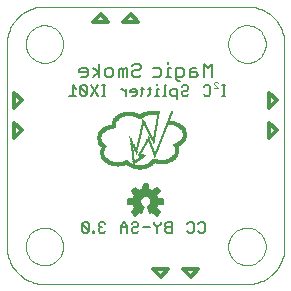
<source format=gbo>
G75*
G70*
%OFA0B0*%
%FSLAX24Y24*%
%IPPOS*%
%LPD*%
%AMOC8*
5,1,8,0,0,1.08239X$1,22.5*
%
%ADD10C,0.0000*%
%ADD11C,0.0080*%
%ADD12C,0.0060*%
%ADD13C,0.0120*%
%ADD14C,0.0040*%
%ADD15R,0.0110X0.0005*%
%ADD16R,0.0210X0.0005*%
%ADD17R,0.0280X0.0005*%
%ADD18R,0.0325X0.0005*%
%ADD19R,0.0365X0.0005*%
%ADD20R,0.0410X0.0005*%
%ADD21R,0.0440X0.0005*%
%ADD22R,0.0470X0.0005*%
%ADD23R,0.0505X0.0005*%
%ADD24R,0.0530X0.0005*%
%ADD25R,0.0555X0.0005*%
%ADD26R,0.0580X0.0005*%
%ADD27R,0.0600X0.0005*%
%ADD28R,0.0625X0.0005*%
%ADD29R,0.0645X0.0005*%
%ADD30R,0.0665X0.0005*%
%ADD31R,0.0685X0.0005*%
%ADD32R,0.0705X0.0005*%
%ADD33R,0.0715X0.0005*%
%ADD34R,0.0735X0.0005*%
%ADD35R,0.0755X0.0005*%
%ADD36R,0.0090X0.0005*%
%ADD37R,0.0770X0.0005*%
%ADD38R,0.0190X0.0005*%
%ADD39R,0.0355X0.0005*%
%ADD40R,0.0360X0.0005*%
%ADD41R,0.0260X0.0005*%
%ADD42R,0.0315X0.0005*%
%ADD43R,0.0320X0.0005*%
%ADD44R,0.0295X0.0005*%
%ADD45R,0.0275X0.0005*%
%ADD46R,0.0400X0.0005*%
%ADD47R,0.0265X0.0005*%
%ADD48R,0.0435X0.0005*%
%ADD49R,0.0255X0.0005*%
%ADD50R,0.0465X0.0005*%
%ADD51R,0.0245X0.0005*%
%ADD52R,0.0495X0.0005*%
%ADD53R,0.0235X0.0005*%
%ADD54R,0.0525X0.0005*%
%ADD55R,0.0230X0.0005*%
%ADD56R,0.0240X0.0005*%
%ADD57R,0.0545X0.0005*%
%ADD58R,0.0820X0.0005*%
%ADD59R,0.0220X0.0005*%
%ADD60R,0.0025X0.0005*%
%ADD61R,0.0795X0.0005*%
%ADD62R,0.0215X0.0005*%
%ADD63R,0.0035X0.0005*%
%ADD64R,0.0040X0.0005*%
%ADD65R,0.0800X0.0005*%
%ADD66R,0.0205X0.0005*%
%ADD67R,0.0050X0.0005*%
%ADD68R,0.0805X0.0005*%
%ADD69R,0.0165X0.0005*%
%ADD70R,0.0055X0.0005*%
%ADD71R,0.0200X0.0005*%
%ADD72R,0.0060X0.0005*%
%ADD73R,0.0300X0.0005*%
%ADD74R,0.0195X0.0005*%
%ADD75R,0.0065X0.0005*%
%ADD76R,0.0345X0.0005*%
%ADD77R,0.0070X0.0005*%
%ADD78R,0.0385X0.0005*%
%ADD79R,0.0080X0.0005*%
%ADD80R,0.0425X0.0005*%
%ADD81R,0.0185X0.0005*%
%ADD82R,0.0085X0.0005*%
%ADD83R,0.0635X0.0005*%
%ADD84R,0.0810X0.0005*%
%ADD85R,0.0095X0.0005*%
%ADD86R,0.0335X0.0005*%
%ADD87R,0.0655X0.0005*%
%ADD88R,0.0105X0.0005*%
%ADD89R,0.0290X0.0005*%
%ADD90R,0.0660X0.0005*%
%ADD91R,0.0115X0.0005*%
%ADD92R,0.0285X0.0005*%
%ADD93R,0.0120X0.0005*%
%ADD94R,0.0270X0.0005*%
%ADD95R,0.0675X0.0005*%
%ADD96R,0.0130X0.0005*%
%ADD97R,0.0680X0.0005*%
%ADD98R,0.0135X0.0005*%
%ADD99R,0.0250X0.0005*%
%ADD100R,0.0140X0.0005*%
%ADD101R,0.0180X0.0005*%
%ADD102R,0.0695X0.0005*%
%ADD103R,0.0150X0.0005*%
%ADD104R,0.0160X0.0005*%
%ADD105R,0.0155X0.0005*%
%ADD106R,0.0145X0.0005*%
%ADD107R,0.0700X0.0005*%
%ADD108R,0.0225X0.0005*%
%ADD109R,0.0170X0.0005*%
%ADD110R,0.0100X0.0005*%
%ADD111R,0.0075X0.0005*%
%ADD112R,0.0720X0.0005*%
%ADD113R,0.0725X0.0005*%
%ADD114R,0.0340X0.0005*%
%ADD115R,0.0305X0.0005*%
%ADD116R,0.0175X0.0005*%
%ADD117R,0.0005X0.0005*%
%ADD118R,0.0010X0.0005*%
%ADD119R,0.0015X0.0005*%
%ADD120R,0.0020X0.0005*%
%ADD121R,0.0030X0.0005*%
%ADD122R,0.0125X0.0005*%
%ADD123R,0.0045X0.0005*%
%ADD124R,0.0370X0.0005*%
%ADD125R,0.0375X0.0005*%
%ADD126R,0.0350X0.0005*%
%ADD127R,0.0330X0.0005*%
%ADD128R,0.0485X0.0005*%
%ADD129R,0.0480X0.0005*%
%ADD130R,0.0460X0.0005*%
%ADD131R,0.0445X0.0005*%
%ADD132R,0.0310X0.0005*%
%ADD133R,0.0380X0.0005*%
%ADD134R,0.0415X0.0005*%
%ADD135R,0.0450X0.0005*%
%ADD136R,0.0490X0.0005*%
%ADD137R,0.0965X0.0005*%
%ADD138R,0.0975X0.0005*%
%ADD139R,0.0980X0.0005*%
%ADD140R,0.0990X0.0005*%
%ADD141R,0.1005X0.0005*%
%ADD142R,0.0615X0.0005*%
%ADD143R,0.0640X0.0005*%
%ADD144R,0.0605X0.0005*%
%ADD145R,0.0620X0.0005*%
%ADD146R,0.0590X0.0005*%
%ADD147R,0.0570X0.0005*%
%ADD148R,0.0540X0.0005*%
%ADD149R,0.0515X0.0005*%
%ADD150R,0.0565X0.0005*%
%ADD151R,0.0535X0.0005*%
%ADD152R,0.0395X0.0005*%
%ADD153R,0.0520X0.0005*%
%ADD154R,0.0500X0.0005*%
%ADD155R,0.0430X0.0005*%
%ADD156C,0.0059*%
D10*
X000680Y001930D02*
X000680Y008680D01*
X000682Y008748D01*
X000687Y008815D01*
X000696Y008882D01*
X000709Y008949D01*
X000726Y009014D01*
X000745Y009079D01*
X000769Y009143D01*
X000796Y009205D01*
X000826Y009266D01*
X000859Y009324D01*
X000895Y009381D01*
X000935Y009436D01*
X000977Y009489D01*
X001023Y009540D01*
X001070Y009587D01*
X001121Y009633D01*
X001174Y009675D01*
X001229Y009715D01*
X001286Y009751D01*
X001344Y009784D01*
X001405Y009814D01*
X001467Y009841D01*
X001531Y009865D01*
X001596Y009884D01*
X001661Y009901D01*
X001728Y009914D01*
X001795Y009923D01*
X001862Y009928D01*
X001930Y009930D01*
X008680Y009930D01*
X008748Y009928D01*
X008815Y009923D01*
X008882Y009914D01*
X008949Y009901D01*
X009014Y009884D01*
X009079Y009865D01*
X009143Y009841D01*
X009205Y009814D01*
X009266Y009784D01*
X009324Y009751D01*
X009381Y009715D01*
X009436Y009675D01*
X009489Y009633D01*
X009540Y009587D01*
X009587Y009540D01*
X009633Y009489D01*
X009675Y009436D01*
X009715Y009381D01*
X009751Y009324D01*
X009784Y009266D01*
X009814Y009205D01*
X009841Y009143D01*
X009865Y009079D01*
X009884Y009014D01*
X009901Y008949D01*
X009914Y008882D01*
X009923Y008815D01*
X009928Y008748D01*
X009930Y008680D01*
X009930Y001930D01*
X009928Y001862D01*
X009923Y001795D01*
X009914Y001728D01*
X009901Y001661D01*
X009884Y001596D01*
X009865Y001531D01*
X009841Y001467D01*
X009814Y001405D01*
X009784Y001344D01*
X009751Y001286D01*
X009715Y001229D01*
X009675Y001174D01*
X009633Y001121D01*
X009587Y001070D01*
X009540Y001023D01*
X009489Y000977D01*
X009436Y000935D01*
X009381Y000895D01*
X009324Y000859D01*
X009266Y000826D01*
X009205Y000796D01*
X009143Y000769D01*
X009079Y000745D01*
X009014Y000726D01*
X008949Y000709D01*
X008882Y000696D01*
X008815Y000687D01*
X008748Y000682D01*
X008680Y000680D01*
X001930Y000680D01*
X001862Y000682D01*
X001795Y000687D01*
X001728Y000696D01*
X001661Y000709D01*
X001596Y000726D01*
X001531Y000745D01*
X001467Y000769D01*
X001405Y000796D01*
X001344Y000826D01*
X001286Y000859D01*
X001229Y000895D01*
X001174Y000935D01*
X001121Y000977D01*
X001070Y001023D01*
X001023Y001070D01*
X000977Y001121D01*
X000935Y001174D01*
X000895Y001229D01*
X000859Y001286D01*
X000826Y001344D01*
X000796Y001405D01*
X000769Y001467D01*
X000745Y001531D01*
X000726Y001596D01*
X000709Y001661D01*
X000696Y001728D01*
X000687Y001795D01*
X000682Y001862D01*
X000680Y001930D01*
X001305Y001930D02*
X001307Y001980D01*
X001313Y002029D01*
X001323Y002078D01*
X001336Y002125D01*
X001354Y002172D01*
X001375Y002217D01*
X001399Y002260D01*
X001427Y002301D01*
X001458Y002340D01*
X001492Y002376D01*
X001529Y002410D01*
X001569Y002440D01*
X001610Y002467D01*
X001654Y002491D01*
X001699Y002511D01*
X001746Y002527D01*
X001794Y002540D01*
X001843Y002549D01*
X001893Y002554D01*
X001942Y002555D01*
X001992Y002552D01*
X002041Y002545D01*
X002090Y002534D01*
X002137Y002520D01*
X002183Y002501D01*
X002228Y002479D01*
X002271Y002454D01*
X002311Y002425D01*
X002349Y002393D01*
X002385Y002359D01*
X002418Y002321D01*
X002447Y002281D01*
X002473Y002239D01*
X002496Y002195D01*
X002515Y002149D01*
X002531Y002102D01*
X002543Y002053D01*
X002551Y002004D01*
X002555Y001955D01*
X002555Y001905D01*
X002551Y001856D01*
X002543Y001807D01*
X002531Y001758D01*
X002515Y001711D01*
X002496Y001665D01*
X002473Y001621D01*
X002447Y001579D01*
X002418Y001539D01*
X002385Y001501D01*
X002349Y001467D01*
X002311Y001435D01*
X002271Y001406D01*
X002228Y001381D01*
X002183Y001359D01*
X002137Y001340D01*
X002090Y001326D01*
X002041Y001315D01*
X001992Y001308D01*
X001942Y001305D01*
X001893Y001306D01*
X001843Y001311D01*
X001794Y001320D01*
X001746Y001333D01*
X001699Y001349D01*
X001654Y001369D01*
X001610Y001393D01*
X001569Y001420D01*
X001529Y001450D01*
X001492Y001484D01*
X001458Y001520D01*
X001427Y001559D01*
X001399Y001600D01*
X001375Y001643D01*
X001354Y001688D01*
X001336Y001735D01*
X001323Y001782D01*
X001313Y001831D01*
X001307Y001880D01*
X001305Y001930D01*
X001305Y008680D02*
X001307Y008730D01*
X001313Y008779D01*
X001323Y008828D01*
X001336Y008875D01*
X001354Y008922D01*
X001375Y008967D01*
X001399Y009010D01*
X001427Y009051D01*
X001458Y009090D01*
X001492Y009126D01*
X001529Y009160D01*
X001569Y009190D01*
X001610Y009217D01*
X001654Y009241D01*
X001699Y009261D01*
X001746Y009277D01*
X001794Y009290D01*
X001843Y009299D01*
X001893Y009304D01*
X001942Y009305D01*
X001992Y009302D01*
X002041Y009295D01*
X002090Y009284D01*
X002137Y009270D01*
X002183Y009251D01*
X002228Y009229D01*
X002271Y009204D01*
X002311Y009175D01*
X002349Y009143D01*
X002385Y009109D01*
X002418Y009071D01*
X002447Y009031D01*
X002473Y008989D01*
X002496Y008945D01*
X002515Y008899D01*
X002531Y008852D01*
X002543Y008803D01*
X002551Y008754D01*
X002555Y008705D01*
X002555Y008655D01*
X002551Y008606D01*
X002543Y008557D01*
X002531Y008508D01*
X002515Y008461D01*
X002496Y008415D01*
X002473Y008371D01*
X002447Y008329D01*
X002418Y008289D01*
X002385Y008251D01*
X002349Y008217D01*
X002311Y008185D01*
X002271Y008156D01*
X002228Y008131D01*
X002183Y008109D01*
X002137Y008090D01*
X002090Y008076D01*
X002041Y008065D01*
X001992Y008058D01*
X001942Y008055D01*
X001893Y008056D01*
X001843Y008061D01*
X001794Y008070D01*
X001746Y008083D01*
X001699Y008099D01*
X001654Y008119D01*
X001610Y008143D01*
X001569Y008170D01*
X001529Y008200D01*
X001492Y008234D01*
X001458Y008270D01*
X001427Y008309D01*
X001399Y008350D01*
X001375Y008393D01*
X001354Y008438D01*
X001336Y008485D01*
X001323Y008532D01*
X001313Y008581D01*
X001307Y008630D01*
X001305Y008680D01*
X008055Y008680D02*
X008057Y008730D01*
X008063Y008779D01*
X008073Y008828D01*
X008086Y008875D01*
X008104Y008922D01*
X008125Y008967D01*
X008149Y009010D01*
X008177Y009051D01*
X008208Y009090D01*
X008242Y009126D01*
X008279Y009160D01*
X008319Y009190D01*
X008360Y009217D01*
X008404Y009241D01*
X008449Y009261D01*
X008496Y009277D01*
X008544Y009290D01*
X008593Y009299D01*
X008643Y009304D01*
X008692Y009305D01*
X008742Y009302D01*
X008791Y009295D01*
X008840Y009284D01*
X008887Y009270D01*
X008933Y009251D01*
X008978Y009229D01*
X009021Y009204D01*
X009061Y009175D01*
X009099Y009143D01*
X009135Y009109D01*
X009168Y009071D01*
X009197Y009031D01*
X009223Y008989D01*
X009246Y008945D01*
X009265Y008899D01*
X009281Y008852D01*
X009293Y008803D01*
X009301Y008754D01*
X009305Y008705D01*
X009305Y008655D01*
X009301Y008606D01*
X009293Y008557D01*
X009281Y008508D01*
X009265Y008461D01*
X009246Y008415D01*
X009223Y008371D01*
X009197Y008329D01*
X009168Y008289D01*
X009135Y008251D01*
X009099Y008217D01*
X009061Y008185D01*
X009021Y008156D01*
X008978Y008131D01*
X008933Y008109D01*
X008887Y008090D01*
X008840Y008076D01*
X008791Y008065D01*
X008742Y008058D01*
X008692Y008055D01*
X008643Y008056D01*
X008593Y008061D01*
X008544Y008070D01*
X008496Y008083D01*
X008449Y008099D01*
X008404Y008119D01*
X008360Y008143D01*
X008319Y008170D01*
X008279Y008200D01*
X008242Y008234D01*
X008208Y008270D01*
X008177Y008309D01*
X008149Y008350D01*
X008125Y008393D01*
X008104Y008438D01*
X008086Y008485D01*
X008073Y008532D01*
X008063Y008581D01*
X008057Y008630D01*
X008055Y008680D01*
X008055Y001930D02*
X008057Y001980D01*
X008063Y002029D01*
X008073Y002078D01*
X008086Y002125D01*
X008104Y002172D01*
X008125Y002217D01*
X008149Y002260D01*
X008177Y002301D01*
X008208Y002340D01*
X008242Y002376D01*
X008279Y002410D01*
X008319Y002440D01*
X008360Y002467D01*
X008404Y002491D01*
X008449Y002511D01*
X008496Y002527D01*
X008544Y002540D01*
X008593Y002549D01*
X008643Y002554D01*
X008692Y002555D01*
X008742Y002552D01*
X008791Y002545D01*
X008840Y002534D01*
X008887Y002520D01*
X008933Y002501D01*
X008978Y002479D01*
X009021Y002454D01*
X009061Y002425D01*
X009099Y002393D01*
X009135Y002359D01*
X009168Y002321D01*
X009197Y002281D01*
X009223Y002239D01*
X009246Y002195D01*
X009265Y002149D01*
X009281Y002102D01*
X009293Y002053D01*
X009301Y002004D01*
X009305Y001955D01*
X009305Y001905D01*
X009301Y001856D01*
X009293Y001807D01*
X009281Y001758D01*
X009265Y001711D01*
X009246Y001665D01*
X009223Y001621D01*
X009197Y001579D01*
X009168Y001539D01*
X009135Y001501D01*
X009099Y001467D01*
X009061Y001435D01*
X009021Y001406D01*
X008978Y001381D01*
X008933Y001359D01*
X008887Y001340D01*
X008840Y001326D01*
X008791Y001315D01*
X008742Y001308D01*
X008692Y001305D01*
X008643Y001306D01*
X008593Y001311D01*
X008544Y001320D01*
X008496Y001333D01*
X008449Y001349D01*
X008404Y001369D01*
X008360Y001393D01*
X008319Y001420D01*
X008279Y001450D01*
X008242Y001484D01*
X008208Y001520D01*
X008177Y001559D01*
X008149Y001600D01*
X008125Y001643D01*
X008104Y001688D01*
X008086Y001735D01*
X008073Y001782D01*
X008063Y001831D01*
X008057Y001880D01*
X008055Y001930D01*
D11*
X006454Y007455D02*
X006384Y007455D01*
X006314Y007525D01*
X006314Y007875D01*
X006524Y007875D01*
X006594Y007805D01*
X006594Y007665D01*
X006524Y007595D01*
X006314Y007595D01*
X006134Y007595D02*
X005994Y007595D01*
X006064Y007595D02*
X006064Y007875D01*
X006134Y007875D01*
X006064Y008015D02*
X006064Y008085D01*
X005827Y007805D02*
X005827Y007665D01*
X005757Y007595D01*
X005547Y007595D01*
X005757Y007875D02*
X005827Y007805D01*
X005757Y007875D02*
X005547Y007875D01*
X005140Y007875D02*
X005070Y007805D01*
X004930Y007805D01*
X004860Y007735D01*
X004860Y007665D01*
X004930Y007595D01*
X005070Y007595D01*
X005140Y007665D01*
X005140Y007875D02*
X005140Y007945D01*
X005070Y008015D01*
X004930Y008015D01*
X004860Y007945D01*
X004680Y007875D02*
X004610Y007875D01*
X004539Y007805D01*
X004469Y007875D01*
X004399Y007805D01*
X004399Y007595D01*
X004539Y007595D02*
X004539Y007805D01*
X004680Y007875D02*
X004680Y007595D01*
X004219Y007665D02*
X004149Y007595D01*
X004009Y007595D01*
X003939Y007665D01*
X003939Y007805D01*
X004009Y007875D01*
X004149Y007875D01*
X004219Y007805D01*
X004219Y007665D01*
X003759Y007595D02*
X003759Y008015D01*
X003549Y007875D02*
X003759Y007735D01*
X003549Y007595D01*
X003375Y007665D02*
X003375Y007805D01*
X003305Y007875D01*
X003165Y007875D01*
X003095Y007805D01*
X003095Y007735D01*
X003375Y007735D01*
X003375Y007665D02*
X003305Y007595D01*
X003165Y007595D01*
X006774Y007595D02*
X006985Y007595D01*
X007055Y007665D01*
X006985Y007735D01*
X006774Y007735D01*
X006774Y007805D02*
X006774Y007595D01*
X006774Y007805D02*
X006844Y007875D01*
X006985Y007875D01*
X007235Y008015D02*
X007235Y007595D01*
X007515Y007595D02*
X007515Y008015D01*
X007375Y007875D01*
X007235Y008015D01*
D12*
X007292Y007300D02*
X007406Y007300D01*
X007463Y007244D01*
X007463Y007017D01*
X007406Y006960D01*
X007292Y006960D01*
X007236Y007017D01*
X007236Y007244D02*
X007292Y007300D01*
X007849Y007300D02*
X007963Y007300D01*
X007906Y007300D02*
X007906Y006960D01*
X007963Y006960D02*
X007849Y006960D01*
X006726Y007017D02*
X006669Y006960D01*
X006556Y006960D01*
X006499Y007017D01*
X006499Y007073D01*
X006556Y007130D01*
X006669Y007130D01*
X006726Y007187D01*
X006726Y007244D01*
X006669Y007300D01*
X006556Y007300D01*
X006499Y007244D01*
X006358Y007187D02*
X006187Y007187D01*
X006131Y007130D01*
X006131Y007017D01*
X006187Y006960D01*
X006358Y006960D01*
X006358Y006847D02*
X006358Y007187D01*
X005989Y007300D02*
X005933Y007300D01*
X005933Y006960D01*
X005989Y006960D02*
X005876Y006960D01*
X005744Y006960D02*
X005630Y006960D01*
X005687Y006960D02*
X005687Y007187D01*
X005744Y007187D01*
X005687Y007300D02*
X005687Y007357D01*
X005498Y007187D02*
X005385Y007187D01*
X005441Y007244D02*
X005441Y007017D01*
X005385Y006960D01*
X005196Y007017D02*
X005139Y006960D01*
X005196Y007017D02*
X005196Y007244D01*
X005253Y007187D02*
X005139Y007187D01*
X005007Y007130D02*
X005007Y007017D01*
X004950Y006960D01*
X004837Y006960D01*
X004780Y007073D02*
X005007Y007073D01*
X005007Y007130D02*
X004950Y007187D01*
X004837Y007187D01*
X004780Y007130D01*
X004780Y007073D01*
X004639Y007073D02*
X004525Y007187D01*
X004469Y007187D01*
X004639Y007187D02*
X004639Y006960D01*
X003964Y006960D02*
X003850Y006960D01*
X003907Y006960D02*
X003907Y007300D01*
X003964Y007300D02*
X003850Y007300D01*
X003718Y007300D02*
X003491Y006960D01*
X003350Y007017D02*
X003123Y007244D01*
X003123Y007017D01*
X003180Y006960D01*
X003293Y006960D01*
X003350Y007017D01*
X003350Y007244D01*
X003293Y007300D01*
X003180Y007300D01*
X003123Y007244D01*
X002981Y007187D02*
X002868Y007300D01*
X002868Y006960D01*
X002981Y006960D02*
X002754Y006960D01*
X003491Y007300D02*
X003718Y006960D01*
X003790Y002738D02*
X003733Y002681D01*
X003733Y002624D01*
X003790Y002568D01*
X003733Y002511D01*
X003733Y002454D01*
X003790Y002398D01*
X003903Y002398D01*
X003960Y002454D01*
X003847Y002568D02*
X003790Y002568D01*
X003790Y002738D02*
X003903Y002738D01*
X003960Y002681D01*
X003592Y002454D02*
X003592Y002398D01*
X003535Y002398D01*
X003535Y002454D01*
X003592Y002454D01*
X003408Y002454D02*
X003181Y002681D01*
X003181Y002454D01*
X003238Y002398D01*
X003351Y002398D01*
X003408Y002454D01*
X003408Y002681D01*
X003351Y002738D01*
X003238Y002738D01*
X003181Y002681D01*
X004470Y002624D02*
X004470Y002398D01*
X004470Y002568D02*
X004697Y002568D01*
X004697Y002624D02*
X004583Y002738D01*
X004470Y002624D01*
X004697Y002624D02*
X004697Y002398D01*
X004838Y002454D02*
X004895Y002398D01*
X005008Y002398D01*
X005065Y002454D01*
X005008Y002568D02*
X004895Y002568D01*
X004838Y002511D01*
X004838Y002454D01*
X005008Y002568D02*
X005065Y002624D01*
X005065Y002681D01*
X005008Y002738D01*
X004895Y002738D01*
X004838Y002681D01*
X005207Y002568D02*
X005433Y002568D01*
X005575Y002681D02*
X005575Y002738D01*
X005575Y002681D02*
X005688Y002568D01*
X005688Y002398D01*
X005688Y002568D02*
X005802Y002681D01*
X005802Y002738D01*
X005943Y002681D02*
X005943Y002624D01*
X006000Y002568D01*
X006170Y002568D01*
X006170Y002738D02*
X006000Y002738D01*
X005943Y002681D01*
X006000Y002568D02*
X005943Y002511D01*
X005943Y002454D01*
X006000Y002398D01*
X006170Y002398D01*
X006170Y002738D01*
X006680Y002681D02*
X006737Y002738D01*
X006850Y002738D01*
X006907Y002681D01*
X006907Y002454D01*
X006850Y002398D01*
X006737Y002398D01*
X006680Y002454D01*
X007048Y002454D02*
X007105Y002398D01*
X007218Y002398D01*
X007275Y002454D01*
X007275Y002681D01*
X007218Y002738D01*
X007105Y002738D01*
X007048Y002681D01*
D13*
X007055Y001180D02*
X006555Y001180D01*
X006805Y000930D01*
X007055Y001180D01*
X006055Y001180D02*
X005805Y000930D01*
X005555Y001180D01*
X006055Y001180D01*
X009430Y005555D02*
X009430Y006055D01*
X009680Y005805D01*
X009430Y005555D01*
X009430Y006555D02*
X009430Y007055D01*
X009680Y006805D01*
X009430Y006555D01*
X005055Y009430D02*
X004555Y009430D01*
X004805Y009680D01*
X005055Y009430D01*
X004055Y009430D02*
X003555Y009430D01*
X003805Y009680D01*
X004055Y009430D01*
X001180Y006805D02*
X000930Y006555D01*
X000930Y007055D01*
X001180Y006805D01*
X000930Y006055D02*
X000930Y005555D01*
X001180Y005805D01*
X000930Y006055D01*
D14*
X007589Y007200D02*
X007723Y007200D01*
X007589Y007333D01*
X007589Y007367D01*
X007622Y007400D01*
X007689Y007400D01*
X007723Y007367D01*
D15*
X005556Y005486D03*
X005556Y005481D03*
X005396Y005461D03*
X005396Y005456D03*
X004991Y005146D03*
X004871Y005301D03*
X004871Y005306D03*
X004866Y005311D03*
X004866Y005316D03*
X005166Y004886D03*
X005161Y004881D03*
X005156Y004876D03*
X005146Y004871D03*
X005141Y004866D03*
X005126Y004856D03*
X005111Y004846D03*
X005106Y004841D03*
X005091Y004831D03*
X005046Y004801D03*
X005031Y004791D03*
X005026Y004786D03*
X005021Y004781D03*
X005006Y004771D03*
X005176Y004891D03*
X005181Y004896D03*
X005191Y004901D03*
X005196Y004906D03*
X005211Y004916D03*
X005586Y004816D03*
X005616Y005011D03*
X005111Y004496D03*
X005241Y006021D03*
X005241Y006026D03*
D16*
X005111Y006221D03*
X005521Y006416D03*
X006461Y005911D03*
X006461Y005371D03*
X006456Y005366D03*
X006201Y004846D03*
X005471Y004666D03*
X005111Y004501D03*
X004006Y004771D03*
X003921Y005801D03*
X004206Y005951D03*
D17*
X004171Y005931D03*
X004836Y004621D03*
X005111Y004506D03*
X006366Y005961D03*
X005521Y006411D03*
D18*
X005519Y006406D03*
X005099Y006251D03*
X004139Y004711D03*
X005109Y004511D03*
D19*
X005109Y004516D03*
X004114Y005886D03*
D20*
X005111Y004521D03*
X006206Y006016D03*
D21*
X006216Y006006D03*
X005111Y004526D03*
D22*
X005111Y004531D03*
X006226Y005991D03*
D23*
X005509Y006376D03*
X005109Y004536D03*
D24*
X005111Y004541D03*
D25*
X005109Y004546D03*
X005484Y006356D03*
D26*
X005466Y006341D03*
X005111Y004551D03*
D27*
X005111Y004556D03*
X005456Y006331D03*
D28*
X005109Y004561D03*
D29*
X005109Y004566D03*
X005754Y004711D03*
D30*
X005784Y004726D03*
X005109Y004571D03*
D31*
X005109Y004576D03*
X005809Y004741D03*
D32*
X005839Y004761D03*
X005109Y004581D03*
D33*
X005109Y004586D03*
X005844Y004766D03*
X005849Y004771D03*
D34*
X005109Y004591D03*
D35*
X005109Y004596D03*
D36*
X004926Y004706D03*
X004991Y005121D03*
X004856Y005351D03*
X004851Y005361D03*
X004851Y005366D03*
X005396Y005481D03*
X005561Y005456D03*
X005616Y004986D03*
X005581Y004821D03*
X004376Y004596D03*
X005236Y006051D03*
D37*
X005111Y004601D03*
D38*
X005191Y004931D03*
X004376Y004601D03*
X003901Y005256D03*
X003896Y005261D03*
X003891Y005271D03*
X003886Y005276D03*
X003881Y005281D03*
X003876Y005286D03*
X003871Y005761D03*
X003876Y005766D03*
X003881Y005771D03*
X004216Y005956D03*
X004341Y006176D03*
X004346Y006181D03*
X004351Y006186D03*
X006241Y004876D03*
X006246Y004881D03*
X006331Y005271D03*
X006491Y005396D03*
X006496Y005401D03*
X006496Y005881D03*
X006491Y005886D03*
D39*
X005324Y004606D03*
X004374Y004616D03*
X004129Y005896D03*
D40*
X004121Y005891D03*
X004071Y005861D03*
X005306Y006311D03*
X006186Y006036D03*
X006306Y005976D03*
X004896Y004606D03*
D41*
X004376Y004606D03*
X004076Y004731D03*
X004181Y005936D03*
X004461Y006256D03*
X005106Y006236D03*
X006131Y004806D03*
D42*
X005354Y004611D03*
X004864Y004611D03*
X005274Y006306D03*
D43*
X006331Y005971D03*
X004376Y004611D03*
X004041Y005856D03*
X004151Y005916D03*
D44*
X004164Y005926D03*
X004024Y005851D03*
X004849Y004616D03*
X005369Y004616D03*
X006349Y005966D03*
D45*
X006154Y006061D03*
X005184Y004956D03*
X005384Y004621D03*
X005639Y004786D03*
X006114Y004801D03*
D46*
X006201Y006021D03*
X004376Y004621D03*
D47*
X004639Y004721D03*
X004819Y004626D03*
X005174Y004946D03*
X005399Y004626D03*
X006379Y005956D03*
X003994Y005841D03*
D48*
X004374Y004626D03*
D49*
X004809Y004631D03*
X005174Y004941D03*
X005409Y004631D03*
X006139Y004811D03*
X006389Y005951D03*
X003984Y005836D03*
D50*
X004374Y004631D03*
X005534Y006391D03*
D51*
X006369Y005311D03*
X006364Y005306D03*
X006404Y005336D03*
X006149Y004816D03*
X005419Y004636D03*
X004799Y004636D03*
X003974Y005831D03*
X004439Y006246D03*
D52*
X004374Y004636D03*
D53*
X004789Y004641D03*
X005429Y004641D03*
X005834Y004681D03*
X006169Y004826D03*
X006354Y005296D03*
X006359Y005301D03*
X006419Y005936D03*
X004429Y006241D03*
X003954Y005821D03*
D54*
X004374Y004641D03*
D55*
X004046Y004746D03*
X004036Y004751D03*
X003946Y005816D03*
X004196Y005946D03*
X004421Y006236D03*
X005436Y004646D03*
X005446Y004651D03*
X006421Y005346D03*
X006431Y005351D03*
X006431Y005931D03*
D56*
X006411Y005941D03*
X006411Y005341D03*
X006161Y004821D03*
X005171Y004961D03*
X004781Y004646D03*
X004646Y004726D03*
X004056Y004741D03*
X003961Y005826D03*
X005106Y006231D03*
D57*
X005489Y006361D03*
X004374Y004646D03*
D58*
X004496Y004651D03*
D59*
X004021Y004761D03*
X003936Y005811D03*
X004406Y006226D03*
X004411Y006231D03*
X005456Y004656D03*
X006186Y004836D03*
X006446Y005921D03*
D60*
X005579Y005371D03*
X005579Y005366D03*
X005404Y005546D03*
X004804Y005521D03*
X004804Y005516D03*
X005004Y005021D03*
X005004Y005016D03*
X004899Y004656D03*
X005624Y004916D03*
X005224Y006136D03*
X005224Y006141D03*
D61*
X004474Y004656D03*
X004464Y004661D03*
D62*
X004654Y004731D03*
X005159Y004966D03*
X005464Y004661D03*
X006194Y004841D03*
X006344Y005286D03*
X006449Y005361D03*
X006454Y005916D03*
X004399Y006221D03*
X003929Y005806D03*
X004014Y004766D03*
D63*
X004814Y005486D03*
X004809Y005496D03*
X004809Y005501D03*
X005404Y005536D03*
X005404Y005541D03*
X005579Y005381D03*
X005579Y004831D03*
X004904Y004661D03*
X005229Y006121D03*
D64*
X005226Y006116D03*
X005401Y005531D03*
X005576Y005391D03*
X005576Y005386D03*
X005621Y004936D03*
X005621Y004931D03*
X005001Y005041D03*
X005001Y005046D03*
X004676Y004776D03*
X004906Y004666D03*
X004816Y005476D03*
X004816Y005481D03*
X004811Y005491D03*
D65*
X004426Y004681D03*
X004436Y004676D03*
X004456Y004666D03*
D66*
X003999Y004776D03*
X003994Y004781D03*
X003914Y005796D03*
X004384Y006211D03*
X004389Y006216D03*
X005484Y004676D03*
X005479Y004671D03*
X006209Y004851D03*
X006339Y005281D03*
X006469Y005376D03*
X006469Y005906D03*
D67*
X005571Y005406D03*
X005401Y005521D03*
X004821Y005461D03*
X004821Y005456D03*
X005231Y006101D03*
X005621Y004951D03*
X005621Y004946D03*
X005621Y004941D03*
X004906Y004671D03*
D68*
X004444Y004671D03*
X004419Y004686D03*
X004409Y004691D03*
X004404Y004696D03*
X004394Y004701D03*
D69*
X003914Y004861D03*
X003909Y004866D03*
X003909Y004871D03*
X003904Y004876D03*
X003899Y005201D03*
X003904Y005211D03*
X003909Y005216D03*
X003909Y005221D03*
X003914Y005231D03*
X003914Y005236D03*
X003814Y005356D03*
X003809Y005361D03*
X003804Y005371D03*
X003809Y005686D03*
X003814Y005696D03*
X003819Y005701D03*
X004229Y005961D03*
X004284Y006106D03*
X004289Y006111D03*
X004289Y006116D03*
X004294Y006121D03*
X004299Y006126D03*
X004959Y004756D03*
X005834Y004676D03*
X006299Y004941D03*
X006304Y004946D03*
X006304Y004951D03*
X006309Y004956D03*
X006314Y004966D03*
X006324Y005261D03*
X006549Y005456D03*
X006554Y005466D03*
X006559Y005471D03*
X006564Y005476D03*
X006569Y005486D03*
X006569Y005796D03*
X006564Y005806D03*
X006559Y005811D03*
X006554Y005816D03*
X006549Y005826D03*
D70*
X005739Y006406D03*
X005739Y006411D03*
X005719Y006286D03*
X005719Y006281D03*
X005714Y006256D03*
X005714Y006251D03*
X005709Y006226D03*
X005709Y006221D03*
X005704Y006196D03*
X005699Y006166D03*
X005694Y006136D03*
X005689Y006106D03*
X005229Y006096D03*
X005399Y005516D03*
X005574Y005411D03*
X004999Y005066D03*
X004999Y005061D03*
X004909Y004676D03*
X004829Y005436D03*
X004829Y005441D03*
X004824Y005446D03*
X004824Y005451D03*
D71*
X004656Y004736D03*
X003986Y004786D03*
X003901Y005786D03*
X003906Y005791D03*
X004376Y006206D03*
X005651Y006311D03*
X006121Y006076D03*
X006476Y005901D03*
X006481Y005896D03*
X006481Y005386D03*
X006476Y005381D03*
X006336Y005276D03*
X006221Y004861D03*
X006216Y004856D03*
X005611Y004796D03*
X005491Y004681D03*
D72*
X005621Y004956D03*
X005621Y004961D03*
X005661Y005066D03*
X005671Y005091D03*
X005681Y005116D03*
X005691Y005141D03*
X005716Y005206D03*
X005726Y005231D03*
X005736Y005256D03*
X005746Y005281D03*
X005771Y005346D03*
X005781Y005371D03*
X005791Y005396D03*
X005801Y005421D03*
X005826Y005486D03*
X005836Y005511D03*
X005846Y005536D03*
X005856Y005561D03*
X005891Y005651D03*
X005901Y005676D03*
X005911Y005701D03*
X005921Y005726D03*
X005946Y005791D03*
X005956Y005816D03*
X005966Y005841D03*
X005976Y005866D03*
X005986Y005891D03*
X005996Y005916D03*
X006001Y005931D03*
X006011Y005956D03*
X005676Y006021D03*
X005676Y006026D03*
X005676Y006031D03*
X005676Y006036D03*
X005676Y006041D03*
X005676Y006046D03*
X005681Y006051D03*
X005681Y006056D03*
X005681Y006061D03*
X005681Y006066D03*
X005681Y006071D03*
X005681Y006076D03*
X005686Y006081D03*
X005686Y006086D03*
X005686Y006091D03*
X005686Y006096D03*
X005686Y006101D03*
X005691Y006111D03*
X005691Y006116D03*
X005691Y006121D03*
X005691Y006126D03*
X005691Y006131D03*
X005696Y006141D03*
X005696Y006146D03*
X005696Y006151D03*
X005696Y006156D03*
X005696Y006161D03*
X005701Y006171D03*
X005701Y006176D03*
X005701Y006181D03*
X005701Y006186D03*
X005701Y006191D03*
X005706Y006201D03*
X005706Y006206D03*
X005706Y006211D03*
X005706Y006216D03*
X005711Y006231D03*
X005711Y006236D03*
X005711Y006241D03*
X005711Y006246D03*
X005716Y006261D03*
X005716Y006266D03*
X005716Y006271D03*
X005716Y006276D03*
X005741Y006416D03*
X005741Y006421D03*
X005671Y006016D03*
X005671Y006011D03*
X005671Y006006D03*
X005671Y006001D03*
X005671Y005996D03*
X005671Y005991D03*
X005666Y005981D03*
X005666Y005976D03*
X005666Y005971D03*
X005666Y005966D03*
X005666Y005961D03*
X005661Y005951D03*
X005661Y005946D03*
X005661Y005941D03*
X005661Y005936D03*
X005656Y005926D03*
X005656Y005921D03*
X005656Y005916D03*
X005656Y005911D03*
X005656Y005906D03*
X005651Y005896D03*
X005651Y005891D03*
X005651Y005886D03*
X005651Y005881D03*
X005651Y005876D03*
X005646Y005866D03*
X005646Y005861D03*
X005646Y005856D03*
X005646Y005851D03*
X005646Y005846D03*
X005641Y005836D03*
X005641Y005831D03*
X005641Y005826D03*
X005641Y005821D03*
X005636Y005811D03*
X005636Y005806D03*
X005636Y005801D03*
X005636Y005796D03*
X005636Y005791D03*
X005631Y005781D03*
X005631Y005776D03*
X005631Y005771D03*
X005631Y005766D03*
X005631Y005761D03*
X005626Y005751D03*
X005626Y005746D03*
X005626Y005741D03*
X005626Y005736D03*
X005626Y005731D03*
X005621Y005721D03*
X005621Y005716D03*
X005621Y005711D03*
X005621Y005706D03*
X005621Y005701D03*
X005616Y005691D03*
X005616Y005686D03*
X005616Y005681D03*
X005616Y005676D03*
X005611Y005666D03*
X005611Y005661D03*
X005611Y005656D03*
X005611Y005651D03*
X005611Y005646D03*
X005606Y005636D03*
X005606Y005631D03*
X005606Y005626D03*
X005606Y005621D03*
X005606Y005616D03*
X005601Y005606D03*
X005601Y005601D03*
X005601Y005596D03*
X005601Y005591D03*
X005601Y005586D03*
X005596Y005576D03*
X005596Y005571D03*
X005596Y005566D03*
X005596Y005561D03*
X005591Y005551D03*
X005591Y005546D03*
X005591Y005541D03*
X005591Y005536D03*
X005591Y005531D03*
X005571Y005416D03*
X005451Y005376D03*
X005461Y005351D03*
X005471Y005326D03*
X005441Y005401D03*
X005401Y005511D03*
X005116Y005586D03*
X005111Y005566D03*
X005106Y005546D03*
X005101Y005521D03*
X005096Y005501D03*
X005091Y005481D03*
X005086Y005456D03*
X005081Y005436D03*
X005076Y005416D03*
X005071Y005391D03*
X005066Y005371D03*
X005061Y005351D03*
X005056Y005326D03*
X005051Y005306D03*
X005046Y005286D03*
X005041Y005261D03*
X005036Y005246D03*
X005036Y005241D03*
X005031Y005231D03*
X005031Y005226D03*
X005031Y005221D03*
X005026Y005206D03*
X005026Y005201D03*
X005026Y005196D03*
X005021Y005186D03*
X005021Y005181D03*
X004996Y005076D03*
X004996Y005071D03*
X004881Y005011D03*
X004881Y005006D03*
X004881Y005001D03*
X004881Y004996D03*
X004881Y004991D03*
X004881Y004986D03*
X004881Y004981D03*
X004881Y004976D03*
X004881Y004971D03*
X004886Y004966D03*
X004886Y004961D03*
X004886Y004956D03*
X004886Y004951D03*
X004886Y004946D03*
X004886Y004941D03*
X004886Y004936D03*
X004886Y004931D03*
X004886Y004926D03*
X004886Y004921D03*
X004891Y004916D03*
X004891Y004911D03*
X004891Y004906D03*
X004891Y004901D03*
X004891Y004896D03*
X004891Y004891D03*
X004891Y004886D03*
X004891Y004881D03*
X004891Y004876D03*
X004891Y004871D03*
X004896Y004866D03*
X004896Y004861D03*
X004896Y004856D03*
X004896Y004851D03*
X004896Y004846D03*
X004896Y004841D03*
X004896Y004836D03*
X004896Y004831D03*
X004896Y004826D03*
X004896Y004821D03*
X004901Y004816D03*
X004901Y004811D03*
X004901Y004806D03*
X004901Y004801D03*
X004901Y004796D03*
X004901Y004791D03*
X004901Y004786D03*
X004901Y004781D03*
X004901Y004776D03*
X004901Y004771D03*
X004906Y004766D03*
X004911Y004681D03*
X004876Y005021D03*
X004876Y005026D03*
X004876Y005031D03*
X004876Y005036D03*
X004871Y005071D03*
X004871Y005076D03*
X004871Y005081D03*
X004866Y005121D03*
X004866Y005126D03*
X004861Y005151D03*
X004861Y005156D03*
X004861Y005161D03*
X004861Y005166D03*
X004861Y005171D03*
X004856Y005181D03*
X004856Y005186D03*
X004856Y005191D03*
X004856Y005196D03*
X004856Y005201D03*
X004856Y005206D03*
X004856Y005211D03*
X004856Y005216D03*
X004851Y005226D03*
X004851Y005231D03*
X004851Y005236D03*
X004851Y005241D03*
X004851Y005246D03*
X004851Y005251D03*
X004831Y005426D03*
X004831Y005431D03*
X005121Y005611D03*
X005126Y005631D03*
X005131Y005651D03*
X005136Y005676D03*
X005141Y005696D03*
X005146Y005716D03*
X005151Y005741D03*
X005156Y005761D03*
X005161Y005781D03*
X005166Y005806D03*
X005171Y005826D03*
X005176Y005846D03*
X005181Y005871D03*
X005186Y005891D03*
X005191Y005911D03*
X005196Y005931D03*
X005196Y005936D03*
X005201Y005956D03*
X005206Y005976D03*
X005231Y006086D03*
X005231Y006091D03*
D73*
X005101Y006246D03*
X004756Y006376D03*
X004116Y004716D03*
X005836Y004686D03*
D74*
X006229Y004866D03*
X006234Y004871D03*
X006489Y005391D03*
X006484Y005891D03*
X005509Y004696D03*
X005504Y004691D03*
X005499Y004686D03*
X003979Y004791D03*
X003974Y004796D03*
X003969Y004801D03*
X003889Y005776D03*
X003894Y005781D03*
X004359Y006191D03*
X004364Y006196D03*
X004369Y006201D03*
D75*
X005119Y006176D03*
X005234Y006081D03*
X005234Y006076D03*
X005209Y005991D03*
X005209Y005986D03*
X005209Y005981D03*
X005204Y005971D03*
X005204Y005966D03*
X005204Y005961D03*
X005199Y005951D03*
X005199Y005946D03*
X005199Y005941D03*
X005194Y005926D03*
X005194Y005921D03*
X005194Y005916D03*
X005189Y005906D03*
X005189Y005901D03*
X005189Y005896D03*
X005184Y005886D03*
X005184Y005881D03*
X005184Y005876D03*
X005179Y005866D03*
X005179Y005861D03*
X005179Y005856D03*
X005179Y005851D03*
X005174Y005841D03*
X005174Y005836D03*
X005174Y005831D03*
X005169Y005821D03*
X005169Y005816D03*
X005169Y005811D03*
X005164Y005801D03*
X005164Y005796D03*
X005164Y005791D03*
X005164Y005786D03*
X005159Y005776D03*
X005159Y005771D03*
X005159Y005766D03*
X005154Y005756D03*
X005154Y005751D03*
X005154Y005746D03*
X005149Y005736D03*
X005149Y005731D03*
X005149Y005726D03*
X005149Y005721D03*
X005144Y005711D03*
X005144Y005706D03*
X005144Y005701D03*
X005139Y005691D03*
X005139Y005686D03*
X005139Y005681D03*
X005134Y005671D03*
X005134Y005666D03*
X005134Y005661D03*
X005134Y005656D03*
X005129Y005646D03*
X005129Y005641D03*
X005129Y005636D03*
X005124Y005626D03*
X005124Y005621D03*
X005124Y005616D03*
X005119Y005606D03*
X005119Y005601D03*
X005119Y005596D03*
X005119Y005591D03*
X005114Y005581D03*
X005114Y005576D03*
X005114Y005571D03*
X005109Y005561D03*
X005109Y005556D03*
X005109Y005551D03*
X005104Y005541D03*
X005104Y005536D03*
X005104Y005531D03*
X005104Y005526D03*
X005099Y005516D03*
X005099Y005511D03*
X005099Y005506D03*
X005094Y005496D03*
X005094Y005491D03*
X005094Y005486D03*
X005089Y005476D03*
X005089Y005471D03*
X005089Y005466D03*
X005089Y005461D03*
X005084Y005451D03*
X005084Y005446D03*
X005084Y005441D03*
X005079Y005431D03*
X005079Y005426D03*
X005079Y005421D03*
X005074Y005411D03*
X005074Y005406D03*
X005074Y005401D03*
X005074Y005396D03*
X005069Y005386D03*
X005069Y005381D03*
X005069Y005376D03*
X005064Y005366D03*
X005064Y005361D03*
X005064Y005356D03*
X005059Y005346D03*
X005059Y005341D03*
X005059Y005336D03*
X005059Y005331D03*
X005054Y005321D03*
X005054Y005316D03*
X005054Y005311D03*
X005049Y005301D03*
X005049Y005296D03*
X005049Y005291D03*
X005044Y005281D03*
X005044Y005276D03*
X005044Y005271D03*
X005044Y005266D03*
X005039Y005256D03*
X005039Y005251D03*
X005034Y005236D03*
X005029Y005216D03*
X005029Y005211D03*
X005024Y005191D03*
X004954Y005181D03*
X004949Y005191D03*
X004944Y005201D03*
X004939Y005211D03*
X004934Y005221D03*
X004929Y005231D03*
X004924Y005241D03*
X004919Y005251D03*
X004854Y005221D03*
X004859Y005176D03*
X004864Y005146D03*
X004864Y005141D03*
X004864Y005136D03*
X004864Y005131D03*
X004869Y005116D03*
X004869Y005111D03*
X004869Y005106D03*
X004869Y005101D03*
X004869Y005096D03*
X004869Y005091D03*
X004869Y005086D03*
X004874Y005066D03*
X004874Y005061D03*
X004874Y005056D03*
X004874Y005051D03*
X004874Y005046D03*
X004874Y005041D03*
X004879Y005016D03*
X004999Y005081D03*
X004914Y004686D03*
X005514Y005216D03*
X005519Y005206D03*
X005524Y005196D03*
X005524Y005191D03*
X005529Y005181D03*
X005534Y005171D03*
X005534Y005166D03*
X005539Y005156D03*
X005544Y005146D03*
X005544Y005141D03*
X005549Y005131D03*
X005554Y005121D03*
X005559Y005106D03*
X005564Y005096D03*
X005574Y005071D03*
X005654Y005051D03*
X005659Y005056D03*
X005659Y005061D03*
X005664Y005071D03*
X005664Y005076D03*
X005669Y005081D03*
X005669Y005086D03*
X005674Y005096D03*
X005674Y005101D03*
X005679Y005106D03*
X005679Y005111D03*
X005684Y005121D03*
X005684Y005126D03*
X005689Y005131D03*
X005689Y005136D03*
X005694Y005146D03*
X005694Y005151D03*
X005699Y005156D03*
X005699Y005161D03*
X005699Y005166D03*
X005704Y005171D03*
X005704Y005176D03*
X005709Y005181D03*
X005709Y005186D03*
X005709Y005191D03*
X005714Y005196D03*
X005714Y005201D03*
X005719Y005211D03*
X005719Y005216D03*
X005724Y005221D03*
X005724Y005226D03*
X005729Y005236D03*
X005729Y005241D03*
X005734Y005246D03*
X005734Y005251D03*
X005739Y005261D03*
X005739Y005266D03*
X005744Y005271D03*
X005744Y005276D03*
X005749Y005286D03*
X005749Y005291D03*
X005754Y005296D03*
X005754Y005301D03*
X005754Y005306D03*
X005759Y005311D03*
X005759Y005316D03*
X005764Y005321D03*
X005764Y005326D03*
X005764Y005331D03*
X005769Y005336D03*
X005769Y005341D03*
X005774Y005351D03*
X005774Y005356D03*
X005779Y005361D03*
X005779Y005366D03*
X005784Y005376D03*
X005784Y005381D03*
X005789Y005386D03*
X005789Y005391D03*
X005794Y005401D03*
X005794Y005406D03*
X005799Y005411D03*
X005799Y005416D03*
X005804Y005426D03*
X005804Y005431D03*
X005809Y005436D03*
X005809Y005441D03*
X005809Y005446D03*
X005814Y005451D03*
X005814Y005456D03*
X005819Y005461D03*
X005819Y005466D03*
X005819Y005471D03*
X005824Y005476D03*
X005824Y005481D03*
X005829Y005491D03*
X005829Y005496D03*
X005834Y005501D03*
X005834Y005506D03*
X005839Y005516D03*
X005839Y005521D03*
X005844Y005526D03*
X005844Y005531D03*
X005849Y005541D03*
X005849Y005546D03*
X005854Y005551D03*
X005854Y005556D03*
X005859Y005566D03*
X005859Y005571D03*
X005864Y005576D03*
X005864Y005581D03*
X005864Y005586D03*
X005869Y005591D03*
X005869Y005596D03*
X005874Y005601D03*
X005874Y005606D03*
X005874Y005611D03*
X005879Y005616D03*
X005879Y005621D03*
X005884Y005626D03*
X005884Y005631D03*
X005884Y005636D03*
X005889Y005641D03*
X005889Y005646D03*
X005894Y005656D03*
X005894Y005661D03*
X005899Y005666D03*
X005899Y005671D03*
X005904Y005681D03*
X005904Y005686D03*
X005909Y005691D03*
X005909Y005696D03*
X005914Y005706D03*
X005914Y005711D03*
X005919Y005716D03*
X005919Y005721D03*
X005924Y005731D03*
X005924Y005736D03*
X005929Y005741D03*
X005929Y005746D03*
X005929Y005751D03*
X005934Y005756D03*
X005934Y005761D03*
X005939Y005766D03*
X005939Y005771D03*
X005939Y005776D03*
X005944Y005781D03*
X005944Y005786D03*
X005949Y005796D03*
X005949Y005801D03*
X005954Y005806D03*
X005954Y005811D03*
X005959Y005821D03*
X005959Y005826D03*
X005964Y005831D03*
X005964Y005836D03*
X005969Y005846D03*
X005969Y005851D03*
X005974Y005856D03*
X005974Y005861D03*
X005979Y005871D03*
X005979Y005876D03*
X005984Y005881D03*
X005984Y005886D03*
X005989Y005896D03*
X005989Y005901D03*
X005994Y005906D03*
X005994Y005911D03*
X005999Y005921D03*
X005999Y005926D03*
X006004Y005936D03*
X006004Y005941D03*
X006009Y005946D03*
X006009Y005951D03*
X006014Y005961D03*
X006014Y005966D03*
X006019Y005971D03*
X006064Y006091D03*
X006064Y006096D03*
X006069Y006106D03*
X006074Y006121D03*
X006079Y006131D03*
X006084Y006146D03*
X006089Y006156D03*
X006094Y006171D03*
X006104Y006196D03*
X006114Y006221D03*
X006119Y006236D03*
X006124Y006246D03*
X006129Y006261D03*
X006134Y006271D03*
X006139Y006286D03*
X006144Y006296D03*
X006149Y006311D03*
X006154Y006321D03*
X006159Y006336D03*
X006164Y006346D03*
X006169Y006361D03*
X006174Y006371D03*
X006174Y006376D03*
X006179Y006386D03*
X006184Y006396D03*
X006184Y006401D03*
X006184Y006406D03*
X006189Y006411D03*
X006189Y006416D03*
X006194Y006421D03*
X005669Y005986D03*
X005664Y005956D03*
X005659Y005931D03*
X005654Y005901D03*
X005649Y005871D03*
X005644Y005841D03*
X005639Y005816D03*
X005634Y005786D03*
X005629Y005756D03*
X005624Y005726D03*
X005619Y005696D03*
X005614Y005671D03*
X005609Y005641D03*
X005604Y005611D03*
X005599Y005581D03*
X005594Y005556D03*
X005589Y005526D03*
X005569Y005421D03*
X005449Y005386D03*
X005449Y005381D03*
X005454Y005371D03*
X005454Y005366D03*
X005459Y005361D03*
X005459Y005356D03*
X005464Y005346D03*
X005464Y005341D03*
X005469Y005336D03*
X005469Y005331D03*
X005474Y005321D03*
X005474Y005316D03*
X005479Y005311D03*
X005479Y005306D03*
X005479Y005301D03*
X005484Y005296D03*
X005484Y005291D03*
X005489Y005286D03*
X005489Y005281D03*
X005489Y005276D03*
X005494Y005266D03*
X005499Y005256D03*
X005499Y005251D03*
X005504Y005241D03*
X005509Y005231D03*
X005509Y005226D03*
X005444Y005391D03*
X005444Y005396D03*
X005439Y005406D03*
X005439Y005411D03*
X005434Y005416D03*
X005434Y005421D03*
X005434Y005426D03*
X005399Y005506D03*
X005449Y005656D03*
X005444Y005666D03*
X005439Y005676D03*
X005434Y005686D03*
X005429Y005696D03*
X005424Y005706D03*
X005419Y005716D03*
X005414Y005726D03*
X005409Y005736D03*
X005404Y005746D03*
X005399Y005751D03*
X005399Y005756D03*
X005394Y005761D03*
X005394Y005766D03*
X005389Y005771D03*
X005389Y005776D03*
X005384Y005781D03*
X005384Y005786D03*
X005379Y005791D03*
X005374Y005801D03*
X005369Y005811D03*
X005364Y005821D03*
X005359Y005831D03*
X005354Y005841D03*
X005349Y005851D03*
X005344Y005861D03*
X005339Y005871D03*
X005334Y005881D03*
X005329Y005891D03*
X005324Y005901D03*
X005319Y005911D03*
X005314Y005921D03*
X005309Y005931D03*
X005304Y005941D03*
X005299Y005951D03*
X005294Y005961D03*
X005289Y005971D03*
X005284Y005981D03*
X005279Y005991D03*
X004834Y005421D03*
X004834Y005416D03*
X005584Y004826D03*
D76*
X005834Y004691D03*
D77*
X005621Y004966D03*
X005621Y004971D03*
X005581Y005051D03*
X005581Y005056D03*
X005576Y005061D03*
X005576Y005066D03*
X005571Y005076D03*
X005571Y005081D03*
X005566Y005086D03*
X005566Y005091D03*
X005561Y005101D03*
X005556Y005111D03*
X005556Y005116D03*
X005551Y005126D03*
X005546Y005136D03*
X005541Y005151D03*
X005536Y005161D03*
X005531Y005176D03*
X005526Y005186D03*
X005521Y005201D03*
X005516Y005211D03*
X005511Y005221D03*
X005506Y005236D03*
X005501Y005246D03*
X005496Y005261D03*
X005491Y005271D03*
X005321Y005361D03*
X005306Y005336D03*
X005301Y005326D03*
X005291Y005311D03*
X005286Y005301D03*
X005281Y005291D03*
X005276Y005286D03*
X005271Y005276D03*
X005266Y005266D03*
X005261Y005261D03*
X005256Y005251D03*
X005251Y005241D03*
X005246Y005231D03*
X005241Y005226D03*
X005241Y005221D03*
X005236Y005216D03*
X005236Y005211D03*
X005231Y005206D03*
X005226Y005201D03*
X005226Y005196D03*
X005221Y005191D03*
X005221Y005186D03*
X005216Y005181D03*
X005211Y005176D03*
X005211Y005171D03*
X005206Y005166D03*
X005206Y005161D03*
X005201Y005156D03*
X005196Y005151D03*
X005196Y005146D03*
X005191Y005141D03*
X005191Y005136D03*
X005186Y005131D03*
X005181Y005126D03*
X005181Y005121D03*
X005176Y005116D03*
X005176Y005111D03*
X005171Y005106D03*
X005166Y005101D03*
X005166Y005096D03*
X005161Y005091D03*
X005161Y005086D03*
X005156Y005081D03*
X005151Y005076D03*
X005151Y005071D03*
X005146Y005066D03*
X005146Y005061D03*
X005141Y005056D03*
X005136Y005051D03*
X005136Y005046D03*
X005131Y005041D03*
X005131Y005036D03*
X005126Y005031D03*
X005121Y005026D03*
X005121Y005021D03*
X005116Y005016D03*
X005116Y005011D03*
X005111Y005006D03*
X005106Y005001D03*
X005106Y004996D03*
X005101Y004991D03*
X004996Y005086D03*
X004996Y005091D03*
X004951Y005186D03*
X004946Y005196D03*
X004941Y005206D03*
X004936Y005216D03*
X004931Y005226D03*
X004926Y005236D03*
X004921Y005246D03*
X004836Y005411D03*
X005336Y005386D03*
X005401Y005501D03*
X005501Y005551D03*
X005501Y005556D03*
X005496Y005561D03*
X005496Y005566D03*
X005491Y005571D03*
X005491Y005576D03*
X005486Y005581D03*
X005486Y005586D03*
X005481Y005591D03*
X005481Y005596D03*
X005476Y005601D03*
X005476Y005606D03*
X005471Y005611D03*
X005471Y005616D03*
X005466Y005621D03*
X005466Y005626D03*
X005461Y005631D03*
X005461Y005636D03*
X005456Y005641D03*
X005456Y005646D03*
X005451Y005651D03*
X005446Y005661D03*
X005441Y005671D03*
X005436Y005681D03*
X005431Y005691D03*
X005426Y005701D03*
X005421Y005711D03*
X005416Y005721D03*
X005411Y005731D03*
X005406Y005741D03*
X005376Y005796D03*
X005371Y005806D03*
X005366Y005816D03*
X005361Y005826D03*
X005356Y005836D03*
X005351Y005846D03*
X005346Y005856D03*
X005341Y005866D03*
X005336Y005876D03*
X005331Y005886D03*
X005326Y005896D03*
X005321Y005906D03*
X005316Y005916D03*
X005311Y005926D03*
X005306Y005936D03*
X005301Y005946D03*
X005296Y005956D03*
X005291Y005966D03*
X005286Y005976D03*
X005281Y005986D03*
X005506Y005546D03*
X005511Y005536D03*
X005516Y005526D03*
X005566Y005431D03*
X005566Y005426D03*
X006066Y006101D03*
X006071Y006111D03*
X006071Y006116D03*
X006076Y006126D03*
X006081Y006136D03*
X006081Y006141D03*
X006086Y006151D03*
X006091Y006161D03*
X006091Y006166D03*
X006096Y006176D03*
X006096Y006181D03*
X006101Y006186D03*
X006101Y006191D03*
X006106Y006201D03*
X006106Y006206D03*
X006111Y006211D03*
X006111Y006216D03*
X006116Y006226D03*
X006116Y006231D03*
X006121Y006241D03*
X006126Y006251D03*
X006126Y006256D03*
X006131Y006266D03*
X006136Y006276D03*
X006136Y006281D03*
X006141Y006291D03*
X006146Y006301D03*
X006146Y006306D03*
X006151Y006316D03*
X006156Y006326D03*
X006156Y006331D03*
X006161Y006341D03*
X006166Y006351D03*
X006166Y006356D03*
X006171Y006366D03*
X006176Y006381D03*
X006181Y006391D03*
X004916Y004691D03*
D78*
X005834Y004696D03*
X006199Y006026D03*
D79*
X005566Y005441D03*
X005566Y005436D03*
X005621Y004981D03*
X005106Y004986D03*
X004921Y004696D03*
X004846Y005381D03*
X004846Y005386D03*
X005236Y006061D03*
X005236Y006066D03*
D80*
X004754Y006361D03*
X006209Y006011D03*
X005834Y004701D03*
D81*
X005514Y004701D03*
X006249Y004886D03*
X006254Y004891D03*
X006504Y005406D03*
X006509Y005411D03*
X006514Y005416D03*
X006514Y005866D03*
X006509Y005871D03*
X006504Y005876D03*
X005114Y006216D03*
X003864Y005756D03*
X003859Y005751D03*
X003854Y005306D03*
X003859Y005301D03*
X003864Y005296D03*
X003869Y005291D03*
X003894Y005266D03*
X003904Y005251D03*
X003954Y004816D03*
X003959Y004811D03*
X003964Y004806D03*
D82*
X004849Y005371D03*
X004849Y005376D03*
X004994Y005116D03*
X004994Y005111D03*
X004994Y005106D03*
X005399Y005486D03*
X005564Y005451D03*
X005564Y005446D03*
X005239Y006056D03*
X005119Y006181D03*
X004924Y004701D03*
D83*
X005744Y004706D03*
D84*
X004386Y004706D03*
D85*
X004929Y004711D03*
X004994Y005126D03*
X004859Y005341D03*
X004859Y005346D03*
X004854Y005356D03*
X005399Y005476D03*
X005559Y005461D03*
X005619Y004991D03*
X005239Y006041D03*
X005239Y006046D03*
X005704Y006296D03*
D86*
X004139Y005906D03*
X004619Y004711D03*
D87*
X005769Y004716D03*
D88*
X005619Y005006D03*
X005559Y005471D03*
X005559Y005476D03*
X005239Y006031D03*
X005239Y006036D03*
X005519Y006421D03*
X006079Y006086D03*
X004989Y005141D03*
X004864Y005321D03*
X004864Y005326D03*
X005134Y004861D03*
X005119Y004851D03*
X005099Y004836D03*
X005084Y004826D03*
X005079Y004821D03*
X005069Y004816D03*
X005014Y004776D03*
X004999Y004766D03*
X004934Y004716D03*
D89*
X004631Y004716D03*
X006101Y004796D03*
X006161Y006056D03*
D90*
X005776Y004721D03*
X004756Y006316D03*
D91*
X005554Y005491D03*
X005619Y005016D03*
X005204Y004911D03*
X005119Y004981D03*
X005059Y004811D03*
X005054Y004806D03*
X005039Y004796D03*
X004934Y004721D03*
X004674Y004761D03*
X004989Y005151D03*
X004989Y005156D03*
X004989Y005161D03*
X004874Y005291D03*
X004874Y005296D03*
D92*
X004104Y004721D03*
X004009Y005846D03*
X004489Y006266D03*
X005104Y006241D03*
D93*
X005116Y006191D03*
X005241Y006016D03*
X005241Y006011D03*
X005691Y006301D03*
X005556Y005496D03*
X005396Y005451D03*
X005616Y005026D03*
X005616Y005021D03*
X005211Y004921D03*
X004986Y005166D03*
X004876Y005281D03*
X004876Y005286D03*
X004936Y004726D03*
D94*
X005181Y004951D03*
X004091Y004726D03*
X004471Y006261D03*
D95*
X005794Y004731D03*
D96*
X005591Y004811D03*
X005616Y005036D03*
X005551Y005511D03*
X005551Y005516D03*
X005246Y005996D03*
X005116Y006196D03*
X004881Y005266D03*
X004886Y005256D03*
X004986Y005176D03*
X004941Y004731D03*
X004671Y004756D03*
D97*
X005801Y004736D03*
X004756Y006311D03*
D98*
X005394Y005436D03*
X005394Y005431D03*
X005549Y005521D03*
X005619Y005041D03*
X004944Y004736D03*
D99*
X004066Y004736D03*
X004186Y005941D03*
X004451Y006251D03*
X004756Y006381D03*
X006146Y006066D03*
X006401Y005946D03*
X006396Y005331D03*
X006386Y005326D03*
X006381Y005321D03*
X006376Y005316D03*
D100*
X005616Y005046D03*
X004946Y004741D03*
D101*
X005146Y004971D03*
X005601Y004801D03*
X006261Y004896D03*
X006266Y004901D03*
X006271Y004906D03*
X006516Y005861D03*
X004756Y006386D03*
X004336Y006171D03*
X004331Y006166D03*
X004326Y006161D03*
X004321Y006156D03*
X003856Y005746D03*
X003851Y005741D03*
X003846Y005736D03*
X003851Y005311D03*
X003906Y005246D03*
X003946Y004821D03*
X004661Y004741D03*
D102*
X005819Y004746D03*
X005824Y004751D03*
D103*
X005596Y004806D03*
X004951Y004746D03*
X003871Y004941D03*
X003866Y004951D03*
X003866Y004956D03*
X003866Y004961D03*
X003861Y004971D03*
X003861Y004976D03*
X003861Y004981D03*
X003856Y004991D03*
X003856Y004996D03*
X003856Y005001D03*
X003856Y005006D03*
X003856Y005011D03*
X003851Y005051D03*
X003851Y005056D03*
X003851Y005061D03*
X003856Y005081D03*
X003856Y005086D03*
X003856Y005091D03*
X003856Y005096D03*
X003856Y005101D03*
X003861Y005106D03*
X003861Y005111D03*
X003861Y005116D03*
X003861Y005121D03*
X003866Y005126D03*
X003866Y005131D03*
X003871Y005146D03*
X003781Y005416D03*
X003776Y005431D03*
X003771Y005441D03*
X003771Y005446D03*
X003771Y005451D03*
X003766Y005461D03*
X003766Y005466D03*
X003766Y005471D03*
X003766Y005476D03*
X003761Y005491D03*
X003761Y005496D03*
X003761Y005501D03*
X003761Y005506D03*
X003761Y005511D03*
X003761Y005516D03*
X003761Y005521D03*
X003761Y005526D03*
X003761Y005531D03*
X003761Y005536D03*
X003761Y005541D03*
X003761Y005546D03*
X003761Y005551D03*
X003761Y005556D03*
X003766Y005576D03*
X003766Y005581D03*
X003766Y005586D03*
X003766Y005591D03*
X003771Y005596D03*
X003771Y005601D03*
X003771Y005606D03*
X003776Y005616D03*
X003776Y005621D03*
X004236Y005966D03*
X004236Y005971D03*
X004236Y005976D03*
X004241Y005991D03*
X004241Y005996D03*
X004241Y006001D03*
X004241Y006006D03*
X004246Y006016D03*
X004246Y006021D03*
X004246Y006026D03*
X004251Y006036D03*
X004256Y006051D03*
X006341Y005216D03*
X006346Y005206D03*
X006346Y005201D03*
X006346Y005196D03*
X006351Y005186D03*
X006351Y005181D03*
X006351Y005176D03*
X006351Y005171D03*
X006356Y005161D03*
X006356Y005156D03*
X006356Y005151D03*
X006356Y005146D03*
X006356Y005141D03*
X006356Y005136D03*
X006356Y005131D03*
X006356Y005126D03*
X006356Y005121D03*
X006356Y005116D03*
X006356Y005111D03*
X006356Y005106D03*
X006356Y005101D03*
X006356Y005096D03*
X006356Y005091D03*
X006356Y005086D03*
X006356Y005081D03*
X006351Y005066D03*
X006351Y005061D03*
X006351Y005056D03*
X006351Y005051D03*
X006346Y005046D03*
X006346Y005041D03*
X006346Y005036D03*
X006341Y005026D03*
X006596Y005546D03*
X006601Y005561D03*
X006601Y005566D03*
X006601Y005571D03*
X006606Y005576D03*
X006606Y005581D03*
X006606Y005586D03*
X006606Y005591D03*
X006611Y005601D03*
X006611Y005606D03*
X006611Y005611D03*
X006611Y005616D03*
X006611Y005621D03*
X006611Y005626D03*
X006611Y005631D03*
X006611Y005636D03*
X006611Y005641D03*
X006611Y005646D03*
X006611Y005651D03*
X006611Y005656D03*
X006611Y005661D03*
X006611Y005666D03*
X006611Y005671D03*
X006611Y005676D03*
X006606Y005691D03*
X006606Y005696D03*
X006606Y005701D03*
X006606Y005706D03*
X006601Y005711D03*
X006601Y005716D03*
X006601Y005721D03*
X006596Y005731D03*
X006596Y005736D03*
D104*
X006586Y005761D03*
X006581Y005771D03*
X006576Y005781D03*
X006571Y005791D03*
X006566Y005801D03*
X006586Y005521D03*
X006581Y005511D03*
X006576Y005501D03*
X006571Y005491D03*
X006566Y005481D03*
X006326Y005251D03*
X006331Y005241D03*
X006326Y004986D03*
X006321Y004976D03*
X006316Y004971D03*
X006311Y004961D03*
X005116Y006206D03*
X004281Y006101D03*
X004276Y006096D03*
X004276Y006091D03*
X004271Y006086D03*
X004271Y006081D03*
X003811Y005691D03*
X003806Y005681D03*
X003801Y005676D03*
X003801Y005671D03*
X003796Y005666D03*
X003791Y005656D03*
X003796Y005386D03*
X003796Y005381D03*
X003801Y005376D03*
X003806Y005366D03*
X003911Y005226D03*
X003901Y005206D03*
X003896Y005196D03*
X003891Y005191D03*
X003886Y005181D03*
X003881Y005171D03*
X003881Y004916D03*
X003886Y004906D03*
X003891Y004896D03*
X003896Y004891D03*
X003896Y004886D03*
X003901Y004881D03*
X004666Y004746D03*
D105*
X004954Y004751D03*
X005204Y004926D03*
X006324Y004981D03*
X006329Y004991D03*
X006329Y004996D03*
X006334Y005001D03*
X006334Y005006D03*
X006339Y005011D03*
X006339Y005016D03*
X006339Y005021D03*
X006344Y005031D03*
X006349Y005191D03*
X006344Y005211D03*
X006339Y005221D03*
X006339Y005226D03*
X006334Y005231D03*
X006334Y005236D03*
X006329Y005246D03*
X006324Y005256D03*
X006574Y005496D03*
X006579Y005506D03*
X006584Y005516D03*
X006589Y005526D03*
X006589Y005531D03*
X006594Y005536D03*
X006594Y005541D03*
X006599Y005551D03*
X006599Y005556D03*
X006599Y005726D03*
X006594Y005741D03*
X006594Y005746D03*
X006589Y005751D03*
X006589Y005756D03*
X006584Y005766D03*
X006579Y005776D03*
X006574Y005786D03*
X004269Y006076D03*
X004264Y006071D03*
X004264Y006066D03*
X004259Y006061D03*
X004259Y006056D03*
X004254Y006046D03*
X004254Y006041D03*
X004249Y006031D03*
X003794Y005661D03*
X003789Y005651D03*
X003789Y005646D03*
X003784Y005641D03*
X003784Y005636D03*
X003779Y005631D03*
X003779Y005626D03*
X003774Y005611D03*
X003769Y005456D03*
X003774Y005436D03*
X003779Y005426D03*
X003779Y005421D03*
X003784Y005411D03*
X003784Y005406D03*
X003789Y005401D03*
X003789Y005396D03*
X003794Y005391D03*
X003889Y005186D03*
X003884Y005176D03*
X003879Y005166D03*
X003879Y005161D03*
X003874Y005156D03*
X003874Y005151D03*
X003869Y005141D03*
X003869Y005136D03*
X003864Y004966D03*
X003869Y004946D03*
X003874Y004936D03*
X003874Y004931D03*
X003879Y004926D03*
X003879Y004921D03*
X003884Y004911D03*
X003889Y004901D03*
D106*
X003859Y004986D03*
X003854Y005016D03*
X003854Y005021D03*
X003854Y005026D03*
X003854Y005031D03*
X003854Y005036D03*
X003854Y005041D03*
X003854Y005046D03*
X003854Y005066D03*
X003854Y005071D03*
X003854Y005076D03*
X003764Y005481D03*
X003764Y005486D03*
X003764Y005561D03*
X003764Y005566D03*
X003764Y005571D03*
X004239Y005981D03*
X004239Y005986D03*
X004244Y006011D03*
X005114Y006201D03*
X005679Y006306D03*
X006609Y005686D03*
X006609Y005681D03*
X006609Y005596D03*
X006354Y005166D03*
X006354Y005076D03*
X006354Y005071D03*
X005134Y004976D03*
X004669Y004751D03*
D107*
X005831Y004756D03*
X004756Y006306D03*
D108*
X005109Y006226D03*
X006134Y006071D03*
X006439Y005926D03*
X006439Y005356D03*
X006349Y005291D03*
X006179Y004831D03*
X005619Y004791D03*
X005184Y004936D03*
X004029Y004756D03*
D109*
X003926Y004846D03*
X003921Y004851D03*
X003916Y004856D03*
X003836Y005326D03*
X003831Y005331D03*
X003826Y005336D03*
X003826Y005341D03*
X003821Y005346D03*
X003816Y005351D03*
X003821Y005706D03*
X003826Y005711D03*
X003831Y005716D03*
X003831Y005721D03*
X004301Y006131D03*
X004306Y006136D03*
X004961Y004761D03*
X006286Y004926D03*
X006291Y004931D03*
X006296Y004936D03*
X006536Y005441D03*
X006541Y005446D03*
X006546Y005451D03*
X006551Y005461D03*
X006551Y005821D03*
X006546Y005831D03*
X006541Y005836D03*
X006536Y005841D03*
X006111Y006081D03*
D110*
X005561Y005466D03*
X005396Y005466D03*
X005396Y005471D03*
X004991Y005136D03*
X004991Y005131D03*
X004861Y005331D03*
X004861Y005336D03*
X004676Y004766D03*
X005616Y004996D03*
X005616Y005001D03*
X005116Y006186D03*
D111*
X005234Y006071D03*
X005714Y006291D03*
X006024Y005976D03*
X005509Y005541D03*
X005514Y005531D03*
X005399Y005496D03*
X005399Y005491D03*
X005359Y005426D03*
X005359Y005421D03*
X005354Y005416D03*
X005349Y005411D03*
X005349Y005406D03*
X005344Y005401D03*
X005344Y005396D03*
X005339Y005391D03*
X005334Y005381D03*
X005329Y005376D03*
X005329Y005371D03*
X005324Y005366D03*
X005319Y005356D03*
X005314Y005351D03*
X005314Y005346D03*
X005309Y005341D03*
X005304Y005331D03*
X005299Y005321D03*
X005294Y005316D03*
X005289Y005306D03*
X005284Y005296D03*
X005274Y005281D03*
X005269Y005271D03*
X005259Y005256D03*
X005254Y005246D03*
X005249Y005236D03*
X004994Y005101D03*
X004994Y005096D03*
X004844Y005391D03*
X004844Y005396D03*
X004839Y005401D03*
X004839Y005406D03*
X004674Y004771D03*
X005619Y004976D03*
D112*
X005856Y004776D03*
D113*
X005864Y004781D03*
D114*
X006061Y004786D03*
X006181Y006041D03*
D115*
X006089Y004791D03*
X004504Y006271D03*
X004159Y005921D03*
D116*
X004309Y006141D03*
X004314Y006146D03*
X004319Y006151D03*
X003844Y005731D03*
X003839Y005726D03*
X003839Y005321D03*
X003844Y005316D03*
X003909Y005241D03*
X003929Y004841D03*
X003934Y004836D03*
X003939Y004831D03*
X003944Y004826D03*
X005114Y006211D03*
X006329Y005266D03*
X006519Y005421D03*
X006524Y005426D03*
X006529Y005431D03*
X006534Y005436D03*
X006534Y005846D03*
X006529Y005851D03*
X006524Y005856D03*
X006284Y004921D03*
X006279Y004916D03*
X006274Y004911D03*
D117*
X005624Y004891D03*
X005584Y005336D03*
X005584Y005341D03*
X005004Y004991D03*
X004789Y005566D03*
X004789Y005571D03*
X005119Y006171D03*
D118*
X005221Y006161D03*
X005221Y006156D03*
X005406Y005566D03*
X005406Y005561D03*
X005581Y005346D03*
X005621Y004896D03*
X005006Y004996D03*
X005006Y005001D03*
X004791Y005556D03*
X004791Y005561D03*
D119*
X004794Y005551D03*
X004794Y005546D03*
X005004Y005011D03*
X005004Y005006D03*
X005584Y005351D03*
X005404Y005556D03*
X005224Y006146D03*
X005224Y006151D03*
X004759Y006391D03*
X005624Y004901D03*
D120*
X005621Y004906D03*
X005621Y004911D03*
X005581Y005356D03*
X005581Y005361D03*
X005406Y005551D03*
X004801Y005531D03*
X004801Y005526D03*
X004796Y005536D03*
X004796Y005541D03*
D121*
X004806Y005511D03*
X004806Y005506D03*
X005001Y005036D03*
X005001Y005031D03*
X005001Y005026D03*
X005621Y004926D03*
X005621Y004921D03*
X005576Y005376D03*
X005226Y006126D03*
X005226Y006131D03*
D122*
X005244Y006006D03*
X005244Y006001D03*
X005394Y005446D03*
X005394Y005441D03*
X005554Y005501D03*
X005554Y005506D03*
X005619Y005031D03*
X004989Y005171D03*
X004884Y005261D03*
X004879Y005271D03*
X004879Y005276D03*
D123*
X004819Y005466D03*
X004819Y005471D03*
X004999Y005056D03*
X004999Y005051D03*
X005404Y005526D03*
X005574Y005401D03*
X005574Y005396D03*
X005229Y006106D03*
X005229Y006111D03*
D124*
X004106Y005881D03*
X004091Y005871D03*
X004081Y005866D03*
D125*
X004099Y005876D03*
X006194Y006031D03*
D126*
X005096Y006256D03*
X004756Y006371D03*
X004131Y005901D03*
D127*
X004146Y005911D03*
X004521Y006276D03*
X006176Y006046D03*
D128*
X006234Y005981D03*
X005524Y006386D03*
D129*
X006231Y005986D03*
D130*
X006221Y005996D03*
X004756Y006356D03*
D131*
X006219Y006001D03*
D132*
X006171Y006051D03*
D133*
X005091Y006261D03*
D134*
X005089Y006266D03*
D135*
X005081Y006271D03*
X005541Y006396D03*
D136*
X005071Y006276D03*
X004756Y006351D03*
D137*
X004849Y006281D03*
D138*
X004859Y006286D03*
D139*
X004871Y006291D03*
D140*
X004886Y006296D03*
D141*
X004904Y006301D03*
D142*
X005444Y006316D03*
X005449Y006321D03*
D143*
X004756Y006321D03*
D144*
X005454Y006326D03*
D145*
X004756Y006326D03*
D146*
X004756Y006331D03*
X005461Y006336D03*
D147*
X005471Y006346D03*
X004756Y006336D03*
D148*
X004756Y006341D03*
D149*
X004754Y006346D03*
D150*
X005479Y006351D03*
D151*
X005494Y006366D03*
D152*
X004754Y006366D03*
D153*
X005501Y006371D03*
D154*
X005516Y006381D03*
D155*
X005551Y006401D03*
D156*
X005377Y004016D02*
X005233Y004016D01*
X005214Y003826D01*
X005150Y003805D01*
X005090Y003774D01*
X004941Y003895D01*
X004840Y003794D01*
X004961Y003645D01*
X004930Y003585D01*
X004909Y003521D01*
X004719Y003502D01*
X004719Y003358D01*
X004909Y003339D01*
X004930Y003275D01*
X004961Y003215D01*
X004840Y003066D01*
X004941Y002965D01*
X005090Y003086D01*
X005150Y003055D01*
X005234Y003259D01*
X005196Y003281D01*
X005164Y003311D01*
X005140Y003348D01*
X005125Y003390D01*
X005121Y003434D01*
X005127Y003478D01*
X005143Y003519D01*
X005169Y003555D01*
X005203Y003583D01*
X005242Y003603D01*
X005285Y003613D01*
X005329Y003613D01*
X005372Y003602D01*
X005411Y003581D01*
X005444Y003552D01*
X005469Y003515D01*
X005484Y003474D01*
X005490Y003430D01*
X005484Y003387D01*
X005469Y003346D01*
X005445Y003310D01*
X005413Y003281D01*
X005376Y003259D01*
X005460Y003055D01*
X005520Y003086D01*
X005669Y002965D01*
X005770Y003066D01*
X005649Y003215D01*
X005680Y003275D01*
X005701Y003339D01*
X005891Y003358D01*
X005891Y003502D01*
X005701Y003521D01*
X005680Y003585D01*
X005649Y003645D01*
X005770Y003794D01*
X005669Y003895D01*
X005520Y003774D01*
X005460Y003805D01*
X005396Y003826D01*
X005377Y004016D01*
X005383Y003961D02*
X005227Y003961D01*
X005222Y003903D02*
X005388Y003903D01*
X005394Y003846D02*
X005216Y003846D01*
X005116Y003788D02*
X005494Y003788D01*
X005537Y003788D02*
X005766Y003788D01*
X005719Y003730D02*
X004891Y003730D01*
X004938Y003673D02*
X005672Y003673D01*
X005665Y003615D02*
X004945Y003615D01*
X004921Y003558D02*
X005173Y003558D01*
X005136Y003500D02*
X004719Y003500D01*
X004719Y003443D02*
X005122Y003443D01*
X005127Y003385D02*
X004719Y003385D01*
X004913Y003328D02*
X005153Y003328D01*
X005216Y003270D02*
X004932Y003270D01*
X004959Y003212D02*
X005215Y003212D01*
X005191Y003155D02*
X004912Y003155D01*
X004865Y003097D02*
X005167Y003097D01*
X005034Y003040D02*
X004866Y003040D01*
X004924Y002982D02*
X004963Y002982D01*
X005395Y003212D02*
X005651Y003212D01*
X005678Y003270D02*
X005394Y003270D01*
X005457Y003328D02*
X005697Y003328D01*
X005698Y003155D02*
X005419Y003155D01*
X005443Y003097D02*
X005745Y003097D01*
X005744Y003040D02*
X005576Y003040D01*
X005647Y002982D02*
X005686Y002982D01*
X005484Y003385D02*
X005891Y003385D01*
X005891Y003443D02*
X005488Y003443D01*
X005474Y003500D02*
X005891Y003500D01*
X005689Y003558D02*
X005437Y003558D01*
X005607Y003846D02*
X005718Y003846D01*
X005073Y003788D02*
X004844Y003788D01*
X004892Y003846D02*
X005003Y003846D01*
M02*

</source>
